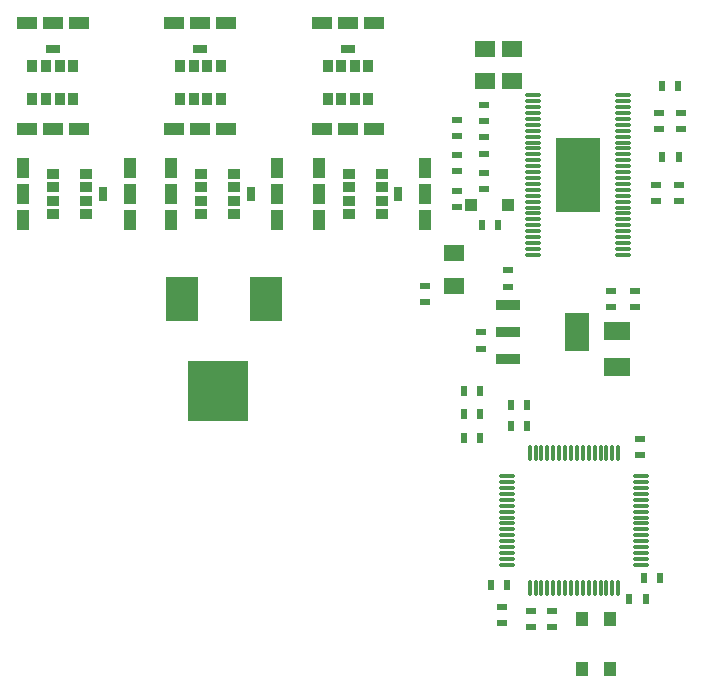
<source format=gtp>
G04*
G04 #@! TF.GenerationSoftware,Altium Limited,Altium Designer,19.1.8 (144)*
G04*
G04 Layer_Color=8421504*
%FSLAX25Y25*%
%MOIN*%
G70*
G01*
G75*
%ADD20R,0.07087X0.05512*%
%ADD21R,0.01968X0.03740*%
%ADD22R,0.11000X0.15000*%
%ADD23R,0.06693X0.04331*%
%ADD24R,0.03347X0.04331*%
%ADD25R,0.05118X0.02756*%
%ADD26R,0.20000X0.20000*%
%ADD27R,0.03740X0.01968*%
%ADD28R,0.04331X0.06693*%
%ADD29R,0.02756X0.05118*%
%ADD30R,0.04331X0.03347*%
%ADD31R,0.04200X0.04500*%
%ADD32R,0.03937X0.04331*%
%ADD33O,0.05512X0.01181*%
%ADD34R,0.14567X0.24803*%
%ADD35R,0.08465X0.03543*%
%ADD36R,0.08465X0.12598*%
%ADD37R,0.09055X0.06496*%
%ADD38O,0.01181X0.05512*%
D20*
X-70472Y-33760D02*
D03*
Y-22933D02*
D03*
X-61417Y-33760D02*
D03*
Y-22933D02*
D03*
X-80709Y-101870D02*
D03*
Y-91043D02*
D03*
D21*
X-17661Y-199213D02*
D03*
X-12261D02*
D03*
X-61755Y-148622D02*
D03*
X-56355D02*
D03*
X-68645Y-201772D02*
D03*
X-63245D02*
D03*
X-61755Y-141732D02*
D03*
X-56355D02*
D03*
X-5961Y-59055D02*
D03*
X-11361D02*
D03*
X-6158Y-35433D02*
D03*
X-11558D02*
D03*
X-66198Y-81693D02*
D03*
X-71598D02*
D03*
X-16985Y-206299D02*
D03*
X-22385D02*
D03*
X-72103Y-152559D02*
D03*
X-77503D02*
D03*
Y-144685D02*
D03*
X-72103D02*
D03*
X-77503Y-136811D02*
D03*
X-72103D02*
D03*
D22*
X-143430Y-106299D02*
D03*
X-171530D02*
D03*
D23*
X-156693Y-49606D02*
D03*
X-165354D02*
D03*
X-174016D02*
D03*
Y-14173D02*
D03*
X-165354D02*
D03*
X-156693D02*
D03*
X-107480Y-49606D02*
D03*
X-116142D02*
D03*
X-124803D02*
D03*
Y-14173D02*
D03*
X-116142D02*
D03*
X-107480D02*
D03*
X-205906Y-49606D02*
D03*
X-214567D02*
D03*
X-223228D02*
D03*
Y-14173D02*
D03*
X-214567D02*
D03*
X-205906D02*
D03*
D24*
X-158563Y-28543D02*
D03*
X-163091D02*
D03*
X-167618D02*
D03*
X-172146D02*
D03*
Y-39567D02*
D03*
X-167618D02*
D03*
X-163091D02*
D03*
X-158563D02*
D03*
X-109350Y-28543D02*
D03*
X-113878D02*
D03*
X-118405D02*
D03*
X-122933D02*
D03*
Y-39567D02*
D03*
X-118405D02*
D03*
X-113878D02*
D03*
X-109350D02*
D03*
X-207776Y-28543D02*
D03*
X-212303D02*
D03*
X-216831D02*
D03*
X-221358D02*
D03*
Y-39567D02*
D03*
X-216831D02*
D03*
X-212303D02*
D03*
X-207776D02*
D03*
D25*
X-165354Y-23031D02*
D03*
X-116142D02*
D03*
X-214567D02*
D03*
D26*
X-159449Y-136811D02*
D03*
D27*
X-18701Y-152812D02*
D03*
X-18701Y-158212D02*
D03*
X-48031Y-215748D02*
D03*
Y-210348D02*
D03*
X-5906Y-68166D02*
D03*
Y-73566D02*
D03*
X-12598Y-44150D02*
D03*
Y-49550D02*
D03*
X-71850Y-122779D02*
D03*
Y-117379D02*
D03*
X-70866Y-69629D02*
D03*
Y-64229D02*
D03*
Y-57818D02*
D03*
Y-52418D02*
D03*
Y-46991D02*
D03*
Y-41591D02*
D03*
X-64961Y-214314D02*
D03*
Y-208914D02*
D03*
X-55118Y-210292D02*
D03*
Y-215692D02*
D03*
X-5118Y-44150D02*
D03*
Y-49550D02*
D03*
X-90551Y-107424D02*
D03*
Y-102024D02*
D03*
X-62992Y-102110D02*
D03*
Y-96710D02*
D03*
X-20472Y-103599D02*
D03*
Y-108999D02*
D03*
X-28346D02*
D03*
Y-103599D02*
D03*
X-79724Y-51913D02*
D03*
Y-46513D02*
D03*
Y-63724D02*
D03*
Y-58324D02*
D03*
Y-75535D02*
D03*
Y-70135D02*
D03*
X-13386Y-73566D02*
D03*
Y-68166D02*
D03*
D28*
X-139764Y-79921D02*
D03*
Y-71260D02*
D03*
Y-62598D02*
D03*
X-175197D02*
D03*
Y-71260D02*
D03*
Y-79921D02*
D03*
X-188976D02*
D03*
Y-71260D02*
D03*
Y-62598D02*
D03*
X-224410D02*
D03*
Y-71260D02*
D03*
Y-79921D02*
D03*
X-90551D02*
D03*
Y-71260D02*
D03*
Y-62598D02*
D03*
X-125984D02*
D03*
Y-71260D02*
D03*
Y-79921D02*
D03*
D29*
X-148622Y-71260D02*
D03*
X-197835D02*
D03*
X-99410D02*
D03*
D30*
X-165157Y-78051D02*
D03*
Y-73524D02*
D03*
Y-68996D02*
D03*
Y-64468D02*
D03*
X-154134D02*
D03*
Y-68996D02*
D03*
Y-73524D02*
D03*
Y-78051D02*
D03*
X-214370D02*
D03*
Y-73524D02*
D03*
Y-68996D02*
D03*
Y-64468D02*
D03*
X-203346D02*
D03*
Y-68996D02*
D03*
Y-73524D02*
D03*
Y-78051D02*
D03*
X-115945D02*
D03*
Y-73524D02*
D03*
Y-68996D02*
D03*
Y-64468D02*
D03*
X-104921D02*
D03*
Y-68996D02*
D03*
Y-73524D02*
D03*
Y-78051D02*
D03*
D31*
X-28740Y-212992D02*
D03*
X-38189Y-229528D02*
D03*
Y-212992D02*
D03*
X-28740Y-229528D02*
D03*
D32*
X-62795Y-74803D02*
D03*
X-75000D02*
D03*
D33*
X-24409Y-91535D02*
D03*
Y-89567D02*
D03*
Y-87598D02*
D03*
Y-85630D02*
D03*
Y-83661D02*
D03*
Y-81693D02*
D03*
Y-79724D02*
D03*
Y-77756D02*
D03*
Y-75787D02*
D03*
Y-73819D02*
D03*
Y-71850D02*
D03*
Y-69882D02*
D03*
Y-67913D02*
D03*
Y-65945D02*
D03*
Y-63976D02*
D03*
Y-62008D02*
D03*
Y-60039D02*
D03*
Y-58071D02*
D03*
Y-56102D02*
D03*
Y-54134D02*
D03*
Y-52165D02*
D03*
Y-50197D02*
D03*
Y-48228D02*
D03*
Y-46260D02*
D03*
Y-44291D02*
D03*
Y-42323D02*
D03*
Y-40354D02*
D03*
Y-38386D02*
D03*
X-54331Y-91535D02*
D03*
Y-89567D02*
D03*
Y-87598D02*
D03*
Y-85630D02*
D03*
Y-83661D02*
D03*
Y-81693D02*
D03*
Y-79724D02*
D03*
Y-77756D02*
D03*
Y-75787D02*
D03*
Y-73819D02*
D03*
Y-71850D02*
D03*
Y-69882D02*
D03*
Y-67913D02*
D03*
Y-65945D02*
D03*
Y-63976D02*
D03*
Y-62008D02*
D03*
Y-60039D02*
D03*
Y-58071D02*
D03*
Y-56102D02*
D03*
Y-54134D02*
D03*
Y-52165D02*
D03*
Y-50197D02*
D03*
Y-48228D02*
D03*
Y-46260D02*
D03*
Y-44291D02*
D03*
Y-42323D02*
D03*
Y-40354D02*
D03*
Y-38386D02*
D03*
X-63287Y-194882D02*
D03*
Y-192913D02*
D03*
Y-190945D02*
D03*
Y-188976D02*
D03*
Y-187008D02*
D03*
Y-185039D02*
D03*
Y-183071D02*
D03*
Y-181102D02*
D03*
Y-179134D02*
D03*
Y-177165D02*
D03*
Y-175197D02*
D03*
Y-173228D02*
D03*
Y-171260D02*
D03*
Y-169291D02*
D03*
Y-167323D02*
D03*
Y-165354D02*
D03*
X-18406D02*
D03*
Y-167323D02*
D03*
Y-169291D02*
D03*
Y-171260D02*
D03*
Y-173228D02*
D03*
Y-175197D02*
D03*
Y-177165D02*
D03*
Y-179134D02*
D03*
Y-181102D02*
D03*
Y-183071D02*
D03*
Y-185039D02*
D03*
Y-187008D02*
D03*
Y-188976D02*
D03*
Y-190945D02*
D03*
Y-192913D02*
D03*
Y-194882D02*
D03*
D34*
X-39370Y-64961D02*
D03*
D35*
X-62697Y-108268D02*
D03*
Y-117323D02*
D03*
Y-126378D02*
D03*
D36*
X-39665Y-117323D02*
D03*
D37*
X-26378Y-116831D02*
D03*
Y-128839D02*
D03*
D38*
X-55610Y-157677D02*
D03*
X-53642D02*
D03*
X-51673D02*
D03*
X-49705D02*
D03*
X-47736D02*
D03*
X-45768D02*
D03*
X-43799D02*
D03*
X-41831D02*
D03*
X-39862D02*
D03*
X-37894D02*
D03*
X-35925D02*
D03*
X-33957D02*
D03*
X-31988D02*
D03*
X-30020D02*
D03*
X-28051D02*
D03*
X-26083D02*
D03*
Y-202559D02*
D03*
X-28051D02*
D03*
X-30020D02*
D03*
X-31988D02*
D03*
X-33957D02*
D03*
X-35925D02*
D03*
X-37894D02*
D03*
X-39862D02*
D03*
X-41831D02*
D03*
X-43799D02*
D03*
X-45768D02*
D03*
X-47736D02*
D03*
X-49705D02*
D03*
X-51673D02*
D03*
X-53642D02*
D03*
X-55610D02*
D03*
M02*

</source>
